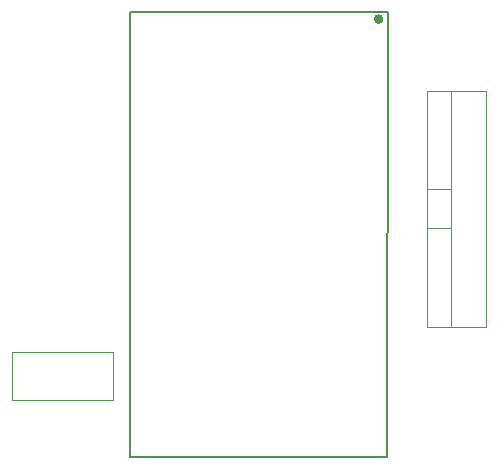
<source format=gbr>
G04 #@! TF.GenerationSoftware,KiCad,Pcbnew,5.1.7-a382d34a8~88~ubuntu18.04.1*
G04 #@! TF.CreationDate,2021-08-09T13:16:33+05:30*
G04 #@! TF.ProjectId,BackEnd_HeavyDevice_v3,4261636b-456e-4645-9f48-656176794465,rev?*
G04 #@! TF.SameCoordinates,Original*
G04 #@! TF.FileFunction,Other,Fab,Top*
%FSLAX46Y46*%
G04 Gerber Fmt 4.6, Leading zero omitted, Abs format (unit mm)*
G04 Created by KiCad (PCBNEW 5.1.7-a382d34a8~88~ubuntu18.04.1) date 2021-08-09 13:16:33*
%MOMM*%
%LPD*%
G01*
G04 APERTURE LIST*
%ADD10C,0.400000*%
%ADD11C,0.127000*%
%ADD12C,0.100000*%
G04 APERTURE END LIST*
D10*
X140695000Y-97889000D02*
G75*
G03*
X140695000Y-97889000I-200000J0D01*
G01*
D11*
X119429000Y-134973000D02*
X119429000Y-97293000D01*
X141241000Y-134973000D02*
X119429000Y-134973000D01*
X141257000Y-97293000D02*
X141241000Y-134973000D01*
X119429000Y-97293000D02*
X141257000Y-97293000D01*
D12*
X117991200Y-126099820D02*
X109491200Y-126099820D01*
X109491200Y-126099820D02*
X109491200Y-130099820D01*
X109491200Y-130099820D02*
X117991200Y-130099820D01*
X117991200Y-130099820D02*
X117991200Y-126099820D01*
X144615000Y-112300000D02*
X146615000Y-112300000D01*
X144615000Y-115600000D02*
X146615000Y-115600000D01*
X146615000Y-123950000D02*
X146615000Y-103950000D01*
X144615000Y-103950000D02*
X144615000Y-123950000D01*
X149615000Y-103950000D02*
X144615000Y-103950000D01*
X149615000Y-123950000D02*
X149615000Y-103950000D01*
X144615000Y-123950000D02*
X149615000Y-123950000D01*
M02*

</source>
